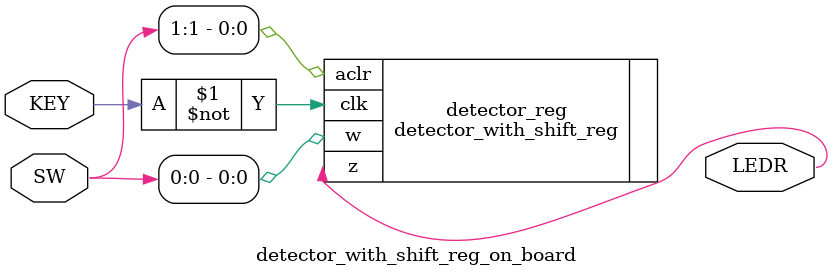
<source format=v>
module detector_with_shift_reg_on_board(input [1:0] SW,
													 input [0:0] KEY,
													 output [0:0] LEDR);
													 
	detector_with_shift_reg detector_reg(.clk(~KEY[0]), .aclr(SW[1]), .w(SW[0]), .z(LEDR[0]));
	
endmodule

</source>
